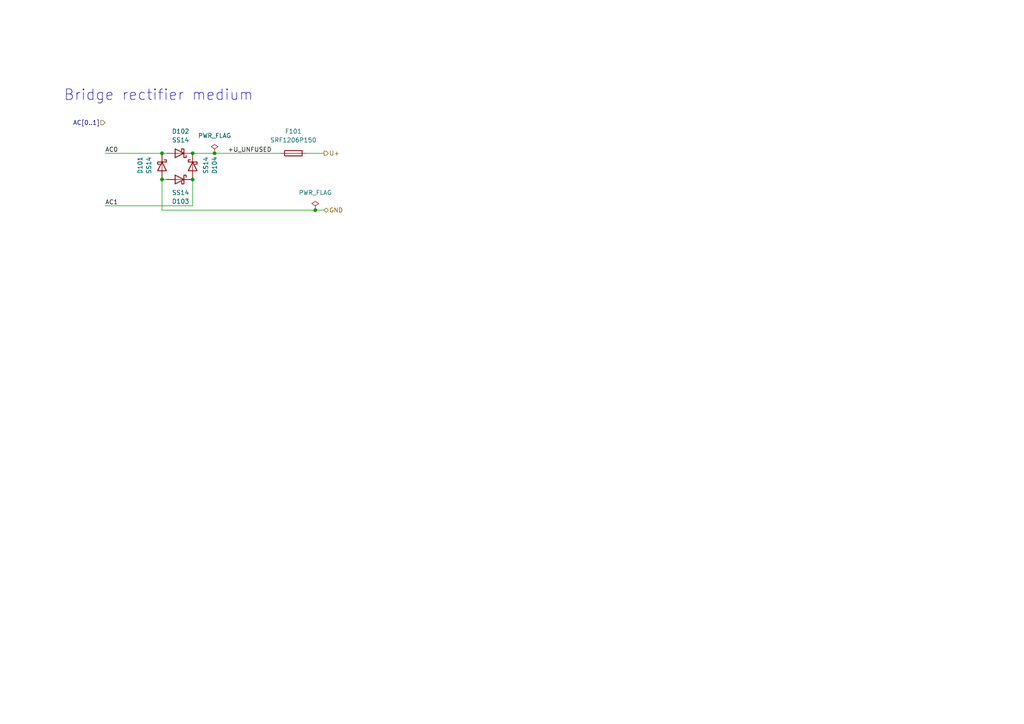
<source format=kicad_sch>
(kicad_sch (version 20231120) (generator "eeschema") (generator_version "8.0")
  (paper "A4")
  (title_block (title "xDuinoRail - LocDecoder - Development Kit") (date "2024-10-09") (rev "v0.2") (company "Chatelain Engineering, Bern - CH"))
  (lib_symbols
    (symbol "Device:Fuse" (pin_numbers hide) (pin_names (offset 0))
      (property "Reference" "F" (at 2.032 0 90))
      (property "Value" "Fuse" (at -1.905 0 90))
      (symbol "Fuse_0_1"
        (rectangle (start -0.762 -2.54) (end 0.762 2.54) (stroke (width 0.254)))
        (polyline (pts (xy 0 2.54) (xy 0 -2.54)))
      )
      (symbol "Fuse_1_1"
        (pin passive line (at 0 3.81 270) (length 1.27) (name "~") (number "1"))
        (pin passive line (at 0 -3.81 90) (length 1.27) (name "~") (number "2"))
      )
    )
    (symbol "Diode:SS14" (pin_numbers hide) (pin_names (offset 1.016) hide)
      (property "Reference" "D" (at 0 2.54 0))
      (property "Value" "SS14" (at 0 -2.54 0))
      (symbol "SS14_0_1"
        (polyline (pts (xy 1.27 0) (xy -1.27 0)))
        (polyline (pts (xy 1.27 1.27) (xy 1.27 -1.27) (xy -1.27 0) (xy 1.27 1.27)) (stroke (width 0.254)))
        (polyline (pts (xy -1.905 0.635) (xy -1.905 1.27) (xy -1.27 1.27) (xy -1.27 -1.27) (xy -0.635 -1.27) (xy -0.635 -0.635)) (stroke (width 0.254)))
      )
      (symbol "SS14_1_1"
        (pin passive line (at -3.81 0 0) (length 2.54) (name "K") (number "1"))
        (pin passive line (at 3.81 0 180) (length 2.54) (name "A") (number "2"))
      )
    )
    (symbol "power:PWR_FLAG" (power) (pin_numbers hide) (pin_names (offset 0) hide)
      (property "Value" "PWR_FLAG" (at 0 3.81 0))
      (symbol "PWR_FLAG_0_0"
        (pin power_out line (at 0 0 90) (length 0) (name "~") (number "1"))
      )
      (symbol "PWR_FLAG_0_1"
        (polyline (pts (xy 0 0) (xy 0 1.27) (xy -1.016 1.905) (xy 0 2.54) (xy 1.016 1.905) (xy 0 1.27)))
      )
    )
  )
  (junction (at 62.23 44.45))
  (junction (at 46.99 44.45))
  (junction (at 46.99 52.07))
  (junction (at 55.88 52.07))
  (junction (at 91.44 60.96))
  (junction (at 55.88 44.45))
  (wire (pts (xy 91.44 60.96) (xy 93.98 60.96)))
  (wire (pts (xy 55.88 44.45) (xy 62.23 44.45)))
  (wire (pts (xy 46.99 44.45) (xy 48.26 44.45)))
  (wire (pts (xy 62.23 44.45) (xy 81.28 44.45)))
  (wire (pts (xy 46.99 60.96) (xy 46.99 52.07)))
  (wire (pts (xy 46.99 60.96) (xy 91.44 60.96)))
  (wire (pts (xy 30.48 44.45) (xy 46.99 44.45)))
  (wire (pts (xy 55.88 52.07) (xy 55.88 59.69)))
  (wire (pts (xy 88.9 44.45) (xy 93.98 44.45)))
  (wire (pts (xy 48.26 52.07) (xy 46.99 52.07)))
  (wire (pts (xy 30.48 59.69) (xy 55.88 59.69)))
  (text "Bridge rectifier medium\n" (at 45.974 27.686 0) (effects (font (size 3.048 3.048))))
  (label "AC1" (at 30.48 59.69 0))
  (label "+U_UNFUSED" (at 66.04 44.45 0))
  (label "AC0" (at 30.48 44.45 0))
  (hierarchical_label "GND" (shape bidirectional) (at 93.98 60.96 0))
  (hierarchical_label "U+" (shape output) (at 93.98 44.45 0))
  (hierarchical_label "AC[0..1]" (shape input) (at 30.48 35.56 180))
  (symbol (lib_id "Diode:SS14") (at 52.07 44.45 180) (unit 1)
    (property "Reference" "D102" (at 52.3875 38.1 0))
    (property "Value" "SS14" (at 52.3875 40.64 0))
    (property "Footprint" "Diode_SMD:D_SMA" (effects (hide yes)))
    (property "Datasheet" "https://www.vishay.com/docs/88746/ss12.pdf" (effects (hide yes)))
    (property "Description" "40V 1A Schottky Diode, SMA" (effects (hide yes)))
    (property "OLI_ID" "SS14_SMA" (effects (hide yes)))
    (property "Sim.Device" "D" (effects (hide yes)))
    (property "Sim.Pins" "1=A 2=K" (effects (hide yes)))
  )
  (symbol (lib_id "power:PWR_FLAG") (at 62.23 44.45 0) (unit 1)
    (property "Reference" "#FLG0101" (effects (hide yes)))
    (property "Value" "PWR_FLAG" (at 62.23 39.37 0))
    (property "Description" "Special symbol for telling ERC where power comes from" (effects (hide yes)))
  )
  (symbol (lib_id "Diode:SS14") (at 55.88 48.26 90) (mirror x) (unit 1)
    (property "Reference" "D104" (at 62.23 47.9425 0))
    (property "Value" "SS14" (at 59.69 47.9425 0))
    (property "Footprint" "Diode_SMD:D_SMA" (effects (hide yes)))
    (property "Datasheet" "https://www.vishay.com/docs/88746/ss12.pdf" (effects (hide yes)))
    (property "Description" "40V 1A Schottky Diode, SMA" (effects (hide yes)))
    (property "OLI_ID" "SS14_SMA" (effects (hide yes)))
    (property "Sim.Device" "D" (effects (hide yes)))
    (property "Sim.Pins" "1=A 2=K" (effects (hide yes)))
  )
  (symbol (lib_id "Diode:SS14") (at 52.07 52.07 0) (mirror y) (unit 1)
    (property "Reference" "D103" (at 52.3875 58.42 0))
    (property "Value" "SS14" (at 52.3875 55.88 0))
    (property "Footprint" "Diode_SMD:D_SMA" (effects (hide yes)))
    (property "Datasheet" "https://www.vishay.com/docs/88746/ss12.pdf" (effects (hide yes)))
    (property "Description" "40V 1A Schottky Diode, SMA" (effects (hide yes)))
    (property "OLI_ID" "SS14_SMA" (effects (hide yes)))
    (property "Sim.Device" "D" (effects (hide yes)))
    (property "Sim.Pins" "1=A 2=K" (effects (hide yes)))
  )
  (symbol (lib_id "Device:Fuse") (at 85.09 44.45 90) (unit 1)
    (property "Reference" "F101" (at 85.09 38.1 90))
    (property "Value" "SRF1206P150" (at 85.09 40.64 90))
    (property "Footprint" "Fuse:Fuse_1206_3216Metric_Pad1.42x1.75mm_HandSolder" (effects (hide yes)))
    (property "Description" "Fuse" (effects (hide yes)))
    (property "OLI_ID" "SRF1206P150_1206" (effects (hide yes)))
  )
  (symbol (lib_id "Diode:SS14") (at 46.99 48.26 270) (unit 1)
    (property "Reference" "D101" (at 40.64 47.9425 0))
    (property "Value" "SS14" (at 43.18 47.9425 0))
    (property "Footprint" "Diode_SMD:D_SMA" (effects (hide yes)))
    (property "Datasheet" "https://www.vishay.com/docs/88746/ss12.pdf" (effects (hide yes)))
    (property "Description" "40V 1A Schottky Diode, SMA" (effects (hide yes)))
    (property "OLI_ID" "SS14_SMA" (effects (hide yes)))
    (property "Sim.Device" "D" (effects (hide yes)))
    (property "Sim.Pins" "1=A 2=K" (effects (hide yes)))
  )
  (symbol (lib_id "power:PWR_FLAG") (at 91.44 60.96 0) (unit 1)
    (property "Reference" "#FLG0102" (effects (hide yes)))
    (property "Value" "PWR_FLAG" (at 91.44 55.88 0))
    (property "Description" "Special symbol for telling ERC where power comes from" (effects (hide yes)))
  )
)
</source>
